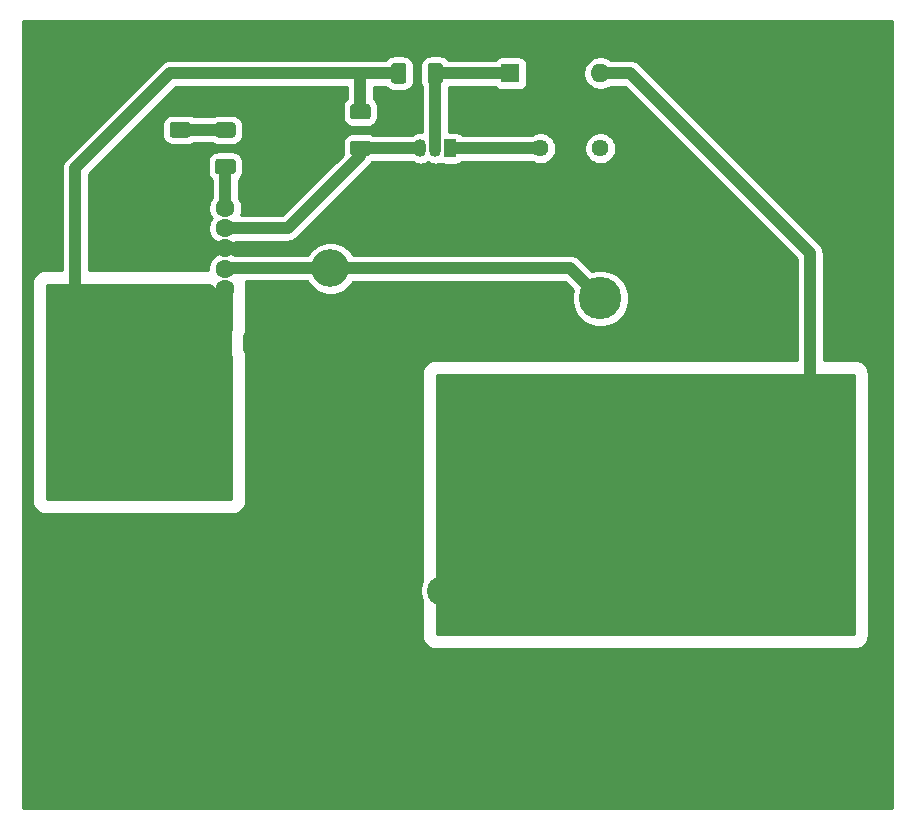
<source format=gbr>
%TF.GenerationSoftware,KiCad,Pcbnew,5.1.9*%
%TF.CreationDate,2021-02-16T23:50:06-03:00*%
%TF.ProjectId,negativa,6e656761-7469-4766-912e-6b696361645f,rev?*%
%TF.SameCoordinates,Original*%
%TF.FileFunction,Copper,L1,Top*%
%TF.FilePolarity,Positive*%
%FSLAX46Y46*%
G04 Gerber Fmt 4.6, Leading zero omitted, Abs format (unit mm)*
G04 Created by KiCad (PCBNEW 5.1.9) date 2021-02-16 23:50:06*
%MOMM*%
%LPD*%
G01*
G04 APERTURE LIST*
%TA.AperFunction,ComponentPad*%
%ADD10C,1.600000*%
%TD*%
%TA.AperFunction,ComponentPad*%
%ADD11R,1.600000X1.600000*%
%TD*%
%TA.AperFunction,ComponentPad*%
%ADD12C,1.440000*%
%TD*%
%TA.AperFunction,ComponentPad*%
%ADD13R,1.050000X1.500000*%
%TD*%
%TA.AperFunction,ComponentPad*%
%ADD14O,1.050000X1.500000*%
%TD*%
%TA.AperFunction,ComponentPad*%
%ADD15C,3.600000*%
%TD*%
%TA.AperFunction,ComponentPad*%
%ADD16C,10.160000*%
%TD*%
%TA.AperFunction,ComponentPad*%
%ADD17O,1.600000X1.600000*%
%TD*%
%TA.AperFunction,ComponentPad*%
%ADD18O,3.200000X3.200000*%
%TD*%
%TA.AperFunction,ComponentPad*%
%ADD19R,3.200000X3.200000*%
%TD*%
%TA.AperFunction,ComponentPad*%
%ADD20C,2.400000*%
%TD*%
%TA.AperFunction,ComponentPad*%
%ADD21R,2.400000X2.400000*%
%TD*%
%TA.AperFunction,ComponentPad*%
%ADD22C,1.600200*%
%TD*%
%TA.AperFunction,Conductor*%
%ADD23C,1.000000*%
%TD*%
%TA.AperFunction,Conductor*%
%ADD24C,0.254000*%
%TD*%
%TA.AperFunction,Conductor*%
%ADD25C,0.100000*%
%TD*%
G04 APERTURE END LIST*
%TO.P,C3,2*%
%TO.N,/Vin*%
%TA.AperFunction,SMDPad,CuDef*%
G36*
G01*
X135625000Y-113649999D02*
X135625000Y-114950001D01*
G75*
G02*
X135375001Y-115200000I-249999J0D01*
G01*
X134549999Y-115200000D01*
G75*
G02*
X134300000Y-114950001I0J249999D01*
G01*
X134300000Y-113649999D01*
G75*
G02*
X134549999Y-113400000I249999J0D01*
G01*
X135375001Y-113400000D01*
G75*
G02*
X135625000Y-113649999I0J-249999D01*
G01*
G37*
%TD.AperFunction*%
%TO.P,C3,1*%
%TO.N,GND*%
%TA.AperFunction,SMDPad,CuDef*%
G36*
G01*
X138750000Y-113649999D02*
X138750000Y-114950001D01*
G75*
G02*
X138500001Y-115200000I-249999J0D01*
G01*
X137674999Y-115200000D01*
G75*
G02*
X137425000Y-114950001I0J249999D01*
G01*
X137425000Y-113649999D01*
G75*
G02*
X137674999Y-113400000I249999J0D01*
G01*
X138500001Y-113400000D01*
G75*
G02*
X138750000Y-113649999I0J-249999D01*
G01*
G37*
%TD.AperFunction*%
%TD*%
D10*
%TO.P,C2,2*%
%TO.N,/Vin*%
X128905000Y-110180000D03*
D11*
%TO.P,C2,1*%
%TO.N,GND*%
X128905000Y-106680000D03*
%TD*%
%TO.P,C1,2*%
%TO.N,GND*%
%TA.AperFunction,SMDPad,CuDef*%
G36*
G01*
X131429999Y-98690000D02*
X132730001Y-98690000D01*
G75*
G02*
X132980000Y-98939999I0J-249999D01*
G01*
X132980000Y-99765001D01*
G75*
G02*
X132730001Y-100015000I-249999J0D01*
G01*
X131429999Y-100015000D01*
G75*
G02*
X131180000Y-99765001I0J249999D01*
G01*
X131180000Y-98939999D01*
G75*
G02*
X131429999Y-98690000I249999J0D01*
G01*
G37*
%TD.AperFunction*%
%TO.P,C1,1*%
%TO.N,Net-(C1-Pad1)*%
%TA.AperFunction,SMDPad,CuDef*%
G36*
G01*
X131429999Y-95565000D02*
X132730001Y-95565000D01*
G75*
G02*
X132980000Y-95814999I0J-249999D01*
G01*
X132980000Y-96640001D01*
G75*
G02*
X132730001Y-96890000I-249999J0D01*
G01*
X131429999Y-96890000D01*
G75*
G02*
X131180000Y-96640001I0J249999D01*
G01*
X131180000Y-95814999D01*
G75*
G02*
X131429999Y-95565000I249999J0D01*
G01*
G37*
%TD.AperFunction*%
%TD*%
D12*
%TO.P,RV1,3*%
%TO.N,/Q1e*%
X162560000Y-97790000D03*
%TO.P,RV1,2*%
%TO.N,GND*%
X165100000Y-97790000D03*
%TO.P,RV1,1*%
%TO.N,Net-(RV1-Pad1)*%
X167640000Y-97790000D03*
%TD*%
%TO.P,R4,2*%
%TO.N,/Vin*%
%TA.AperFunction,SMDPad,CuDef*%
G36*
G01*
X151220000Y-90815000D02*
X151220000Y-92065000D01*
G75*
G02*
X150970000Y-92315000I-250000J0D01*
G01*
X150170000Y-92315000D01*
G75*
G02*
X149920000Y-92065000I0J250000D01*
G01*
X149920000Y-90815000D01*
G75*
G02*
X150170000Y-90565000I250000J0D01*
G01*
X150970000Y-90565000D01*
G75*
G02*
X151220000Y-90815000I0J-250000D01*
G01*
G37*
%TD.AperFunction*%
%TO.P,R4,1*%
%TO.N,/Q1b*%
%TA.AperFunction,SMDPad,CuDef*%
G36*
G01*
X154320000Y-90815000D02*
X154320000Y-92065000D01*
G75*
G02*
X154070000Y-92315000I-250000J0D01*
G01*
X153270000Y-92315000D01*
G75*
G02*
X153020000Y-92065000I0J250000D01*
G01*
X153020000Y-90815000D01*
G75*
G02*
X153270000Y-90565000I250000J0D01*
G01*
X154070000Y-90565000D01*
G75*
G02*
X154320000Y-90815000I0J-250000D01*
G01*
G37*
%TD.AperFunction*%
%TD*%
%TO.P,R3,2*%
%TO.N,/Vin*%
%TA.AperFunction,SMDPad,CuDef*%
G36*
G01*
X147945000Y-95340000D02*
X146695000Y-95340000D01*
G75*
G02*
X146445000Y-95090000I0J250000D01*
G01*
X146445000Y-94290000D01*
G75*
G02*
X146695000Y-94040000I250000J0D01*
G01*
X147945000Y-94040000D01*
G75*
G02*
X148195000Y-94290000I0J-250000D01*
G01*
X148195000Y-95090000D01*
G75*
G02*
X147945000Y-95340000I-250000J0D01*
G01*
G37*
%TD.AperFunction*%
%TO.P,R3,1*%
%TO.N,/Vfb*%
%TA.AperFunction,SMDPad,CuDef*%
G36*
G01*
X147945000Y-98440000D02*
X146695000Y-98440000D01*
G75*
G02*
X146445000Y-98190000I0J250000D01*
G01*
X146445000Y-97390000D01*
G75*
G02*
X146695000Y-97140000I250000J0D01*
G01*
X147945000Y-97140000D01*
G75*
G02*
X148195000Y-97390000I0J-250000D01*
G01*
X148195000Y-98190000D01*
G75*
G02*
X147945000Y-98440000I-250000J0D01*
G01*
G37*
%TD.AperFunction*%
%TD*%
%TO.P,R1,1*%
%TO.N,/Vcomp*%
%TA.AperFunction,SMDPad,CuDef*%
G36*
G01*
X136515000Y-99990000D02*
X135265000Y-99990000D01*
G75*
G02*
X135015000Y-99740000I0J250000D01*
G01*
X135015000Y-98940000D01*
G75*
G02*
X135265000Y-98690000I250000J0D01*
G01*
X136515000Y-98690000D01*
G75*
G02*
X136765000Y-98940000I0J-250000D01*
G01*
X136765000Y-99740000D01*
G75*
G02*
X136515000Y-99990000I-250000J0D01*
G01*
G37*
%TD.AperFunction*%
%TO.P,R1,2*%
%TO.N,Net-(C1-Pad1)*%
%TA.AperFunction,SMDPad,CuDef*%
G36*
G01*
X136515000Y-96890000D02*
X135265000Y-96890000D01*
G75*
G02*
X135015000Y-96640000I0J250000D01*
G01*
X135015000Y-95840000D01*
G75*
G02*
X135265000Y-95590000I250000J0D01*
G01*
X136515000Y-95590000D01*
G75*
G02*
X136765000Y-95840000I0J-250000D01*
G01*
X136765000Y-96640000D01*
G75*
G02*
X136515000Y-96890000I-250000J0D01*
G01*
G37*
%TD.AperFunction*%
%TD*%
D13*
%TO.P,Q1,1*%
%TO.N,/Q1e*%
X154940000Y-97790000D03*
D14*
%TO.P,Q1,3*%
%TO.N,/Vfb*%
X152400000Y-97790000D03*
%TO.P,Q1,2*%
%TO.N,/Q1b*%
X153670000Y-97790000D03*
%TD*%
D15*
%TO.P,L1,2*%
%TO.N,/Vout*%
X167640000Y-123990000D03*
%TO.P,L1,1*%
%TO.N,/Vsw*%
X167640000Y-110490000D03*
%TD*%
D16*
%TO.P,J4,1*%
%TO.N,GND*%
X130810000Y-134620000D03*
%TD*%
%TO.P,J3,1*%
%TO.N,/Vout*%
X182245000Y-132715000D03*
%TD*%
%TO.P,J2,1*%
%TO.N,GND*%
X182245000Y-146685000D03*
%TD*%
%TO.P,J1,1*%
%TO.N,/Vin*%
X130175000Y-121285000D03*
%TD*%
D17*
%TO.P,D2,2*%
%TO.N,/Vout*%
X167640000Y-91440000D03*
D11*
%TO.P,D2,1*%
%TO.N,/Q1b*%
X160020000Y-91440000D03*
%TD*%
D18*
%TO.P,D1,2*%
%TO.N,/Vsw*%
X144780000Y-107950000D03*
D19*
%TO.P,D1,1*%
%TO.N,GND*%
X144780000Y-123190000D03*
%TD*%
D20*
%TO.P,C5,2*%
%TO.N,/Vout*%
X167005000Y-137915000D03*
D21*
%TO.P,C5,1*%
%TO.N,GND*%
X167005000Y-145415000D03*
%TD*%
D20*
%TO.P,C4,2*%
%TO.N,/Vout*%
X154185000Y-135255000D03*
D21*
%TO.P,C4,1*%
%TO.N,GND*%
X146685000Y-135255000D03*
%TD*%
D22*
%TO.P,U1,1*%
%TO.N,/Vcomp*%
X135890000Y-102870000D03*
%TO.P,U1,2*%
%TO.N,/Vfb*%
X135890000Y-104571800D03*
%TO.P,U1,3*%
%TO.N,GND*%
X135890000Y-106273600D03*
%TO.P,U1,4*%
%TO.N,/Vsw*%
X135890000Y-107975400D03*
%TO.P,U1,5*%
%TO.N,/Vin*%
X135890000Y-109677200D03*
%TD*%
D23*
%TO.N,GND*%
X135890000Y-106273600D02*
X141376400Y-106273600D01*
X141376400Y-106273600D02*
X142011400Y-106273600D01*
%TO.N,Net-(C1-Pad1)*%
X135877500Y-96227500D02*
X135890000Y-96240000D01*
X132080000Y-96227500D02*
X135877500Y-96227500D01*
%TO.N,/Vin*%
X147320000Y-94690000D02*
X147320000Y-91440000D01*
X150570000Y-91440000D02*
X147320000Y-91440000D01*
X131245796Y-91440000D02*
X123190000Y-99495796D01*
X147320000Y-91440000D02*
X131245796Y-91440000D01*
X123190000Y-99495796D02*
X123190000Y-111125000D01*
%TO.N,/Vout*%
X185420000Y-106680000D02*
X185420000Y-116840000D01*
X170180000Y-91440000D02*
X183515000Y-104775000D01*
X167640000Y-91440000D02*
X170180000Y-91440000D01*
X183515000Y-104775000D02*
X185420000Y-106680000D01*
X182880000Y-104140000D02*
X183515000Y-104775000D01*
X185420000Y-116840000D02*
X185420000Y-118110000D01*
%TO.N,/Vsw*%
X144754600Y-107924600D02*
X144780000Y-107950000D01*
X135890000Y-107924600D02*
X144754600Y-107924600D01*
X165100000Y-107950000D02*
X167640000Y-110490000D01*
X144780000Y-107950000D02*
X165100000Y-107950000D01*
%TO.N,/Q1b*%
X153670000Y-97790000D02*
X153670000Y-91440000D01*
X160020000Y-91440000D02*
X153670000Y-91440000D01*
%TO.N,/Q1e*%
X154940000Y-97790000D02*
X162560000Y-97790000D01*
%TO.N,/Vfb*%
X147320000Y-97790000D02*
X152400000Y-97790000D01*
X141188200Y-104571800D02*
X135890000Y-104571800D01*
X147320000Y-98440000D02*
X141188200Y-104571800D01*
X147320000Y-97790000D02*
X147320000Y-98440000D01*
%TO.N,/Vcomp*%
X135890000Y-102870000D02*
X135890000Y-99340000D01*
%TD*%
D24*
%TO.N,GND*%
X192363001Y-153628000D02*
X118787000Y-153628000D01*
X118787000Y-135075056D01*
X152358000Y-135075056D01*
X152358000Y-135434944D01*
X152428211Y-135787916D01*
X152543000Y-136065041D01*
X152543000Y-139065000D01*
X152564655Y-139284867D01*
X152628788Y-139496284D01*
X152732934Y-139691128D01*
X152873091Y-139861909D01*
X153043872Y-140002066D01*
X153238716Y-140106212D01*
X153450133Y-140170345D01*
X153670000Y-140192000D01*
X189230000Y-140192000D01*
X189449867Y-140170345D01*
X189661284Y-140106212D01*
X189856128Y-140002066D01*
X190026909Y-139861909D01*
X190167066Y-139691128D01*
X190271212Y-139496284D01*
X190335345Y-139284867D01*
X190357000Y-139065000D01*
X190357000Y-116840000D01*
X190335345Y-116620133D01*
X190271212Y-116408716D01*
X190167066Y-116213872D01*
X190026909Y-116043091D01*
X189856128Y-115902934D01*
X189661284Y-115798788D01*
X189449867Y-115734655D01*
X189230000Y-115713000D01*
X186547000Y-115713000D01*
X186547000Y-106735357D01*
X186552452Y-106680000D01*
X186547000Y-106624643D01*
X186547000Y-106624635D01*
X186530693Y-106459069D01*
X186466250Y-106246629D01*
X186361600Y-106050843D01*
X186256058Y-105922239D01*
X186256055Y-105922236D01*
X186220765Y-105879235D01*
X186177764Y-105843945D01*
X184351062Y-104017244D01*
X184351058Y-104017239D01*
X171016060Y-90682242D01*
X170980765Y-90639235D01*
X170809157Y-90498400D01*
X170613371Y-90393750D01*
X170400931Y-90329307D01*
X170235365Y-90313000D01*
X170235354Y-90313000D01*
X170180000Y-90307548D01*
X170124646Y-90313000D01*
X168521859Y-90313000D01*
X168315938Y-90175409D01*
X168056241Y-90067838D01*
X167780547Y-90013000D01*
X167499453Y-90013000D01*
X167223759Y-90067838D01*
X166964062Y-90175409D01*
X166730340Y-90331576D01*
X166531576Y-90530340D01*
X166375409Y-90764062D01*
X166267838Y-91023759D01*
X166213000Y-91299453D01*
X166213000Y-91580547D01*
X166267838Y-91856241D01*
X166375409Y-92115938D01*
X166531576Y-92349660D01*
X166730340Y-92548424D01*
X166964062Y-92704591D01*
X167223759Y-92812162D01*
X167499453Y-92867000D01*
X167780547Y-92867000D01*
X168056241Y-92812162D01*
X168315938Y-92704591D01*
X168521859Y-92567000D01*
X169713182Y-92567000D01*
X182757239Y-105611058D01*
X182757244Y-105611062D01*
X184293000Y-107146819D01*
X184293001Y-115713000D01*
X153670000Y-115713000D01*
X153450133Y-115734655D01*
X153238716Y-115798788D01*
X153043872Y-115902934D01*
X152873091Y-116043091D01*
X152732934Y-116213872D01*
X152628788Y-116408716D01*
X152564655Y-116620133D01*
X152543000Y-116840000D01*
X152543000Y-134444959D01*
X152428211Y-134722084D01*
X152358000Y-135075056D01*
X118787000Y-135075056D01*
X118787000Y-109220000D01*
X119523000Y-109220000D01*
X119523000Y-127635000D01*
X119544655Y-127854867D01*
X119608788Y-128066284D01*
X119712934Y-128261128D01*
X119853091Y-128431909D01*
X120023872Y-128572066D01*
X120218716Y-128676212D01*
X120430133Y-128740345D01*
X120650000Y-128762000D01*
X136525000Y-128762000D01*
X136744867Y-128740345D01*
X136956284Y-128676212D01*
X137151128Y-128572066D01*
X137321909Y-128431909D01*
X137462066Y-128261128D01*
X137566212Y-128066284D01*
X137630345Y-127854867D01*
X137652000Y-127635000D01*
X137652000Y-109220000D01*
X137635414Y-109051600D01*
X142837675Y-109051600D01*
X143050176Y-109369630D01*
X143360370Y-109679824D01*
X143725120Y-109923542D01*
X144130408Y-110091418D01*
X144560660Y-110177000D01*
X144999340Y-110177000D01*
X145429592Y-110091418D01*
X145834880Y-109923542D01*
X146199630Y-109679824D01*
X146509824Y-109369630D01*
X146705353Y-109077000D01*
X164633182Y-109077000D01*
X165315636Y-109759454D01*
X165306268Y-109782070D01*
X165213000Y-110250961D01*
X165213000Y-110729039D01*
X165306268Y-111197930D01*
X165489221Y-111639615D01*
X165754826Y-112037122D01*
X166092878Y-112375174D01*
X166490385Y-112640779D01*
X166932070Y-112823732D01*
X167400961Y-112917000D01*
X167879039Y-112917000D01*
X168347930Y-112823732D01*
X168789615Y-112640779D01*
X169187122Y-112375174D01*
X169525174Y-112037122D01*
X169790779Y-111639615D01*
X169973732Y-111197930D01*
X170067000Y-110729039D01*
X170067000Y-110250961D01*
X169973732Y-109782070D01*
X169790779Y-109340385D01*
X169525174Y-108942878D01*
X169187122Y-108604826D01*
X168789615Y-108339221D01*
X168347930Y-108156268D01*
X167879039Y-108063000D01*
X167400961Y-108063000D01*
X166932070Y-108156268D01*
X166909454Y-108165636D01*
X165936058Y-107192240D01*
X165900765Y-107149235D01*
X165729157Y-107008400D01*
X165533371Y-106903750D01*
X165320931Y-106839307D01*
X165155365Y-106823000D01*
X165155354Y-106823000D01*
X165100000Y-106817548D01*
X165044646Y-106823000D01*
X146705353Y-106823000D01*
X146509824Y-106530370D01*
X146199630Y-106220176D01*
X145834880Y-105976458D01*
X145429592Y-105808582D01*
X144999340Y-105723000D01*
X144560660Y-105723000D01*
X144130408Y-105808582D01*
X143725120Y-105976458D01*
X143360370Y-106220176D01*
X143050176Y-106530370D01*
X142871619Y-106797600D01*
X136696010Y-106797600D01*
X136565985Y-106710720D01*
X136306270Y-106603143D01*
X136030557Y-106548300D01*
X135749443Y-106548300D01*
X135473730Y-106603143D01*
X135214015Y-106710720D01*
X134980277Y-106866899D01*
X134781499Y-107065677D01*
X134625320Y-107299415D01*
X134517743Y-107559130D01*
X134462900Y-107834843D01*
X134462900Y-108093000D01*
X124317000Y-108093000D01*
X124317000Y-99962614D01*
X125339614Y-98940000D01*
X134384967Y-98940000D01*
X134384967Y-99740000D01*
X134401877Y-99911686D01*
X134451956Y-100076774D01*
X134533279Y-100228920D01*
X134642723Y-100362277D01*
X134763001Y-100460987D01*
X134763000Y-101987962D01*
X134625320Y-102194015D01*
X134517743Y-102453730D01*
X134462900Y-102729443D01*
X134462900Y-103010557D01*
X134517743Y-103286270D01*
X134625320Y-103545985D01*
X134742195Y-103720900D01*
X134625320Y-103895815D01*
X134517743Y-104155530D01*
X134462900Y-104431243D01*
X134462900Y-104712357D01*
X134517743Y-104988070D01*
X134625320Y-105247785D01*
X134781499Y-105481523D01*
X134980277Y-105680301D01*
X135214015Y-105836480D01*
X135473730Y-105944057D01*
X135749443Y-105998900D01*
X136030557Y-105998900D01*
X136306270Y-105944057D01*
X136565985Y-105836480D01*
X136772037Y-105698800D01*
X141132846Y-105698800D01*
X141188200Y-105704252D01*
X141243554Y-105698800D01*
X141243565Y-105698800D01*
X141409131Y-105682493D01*
X141621571Y-105618050D01*
X141817357Y-105513400D01*
X141988965Y-105372565D01*
X142024260Y-105329559D01*
X148077764Y-99276055D01*
X148120765Y-99240765D01*
X148156055Y-99197764D01*
X148156058Y-99197761D01*
X148261600Y-99069157D01*
X148303003Y-98991697D01*
X148433920Y-98921721D01*
X148439673Y-98917000D01*
X151683182Y-98917000D01*
X151756886Y-98977488D01*
X151957016Y-99084459D01*
X152174169Y-99150332D01*
X152400000Y-99172574D01*
X152625830Y-99150332D01*
X152842983Y-99084459D01*
X153035000Y-98981825D01*
X153227016Y-99084459D01*
X153444169Y-99150332D01*
X153670000Y-99172574D01*
X153895830Y-99150332D01*
X154106948Y-99086290D01*
X154173897Y-99122075D01*
X154292087Y-99157927D01*
X154415000Y-99170033D01*
X155465000Y-99170033D01*
X155587913Y-99157927D01*
X155706103Y-99122075D01*
X155815028Y-99063853D01*
X155910501Y-98985501D01*
X155966718Y-98917000D01*
X161822138Y-98917000D01*
X161921956Y-98983696D01*
X162167094Y-99085236D01*
X162427332Y-99137000D01*
X162692668Y-99137000D01*
X162952906Y-99085236D01*
X163198044Y-98983696D01*
X163418663Y-98836284D01*
X163606284Y-98648663D01*
X163753696Y-98428044D01*
X163855236Y-98182906D01*
X163907000Y-97922668D01*
X163907000Y-97657332D01*
X166293000Y-97657332D01*
X166293000Y-97922668D01*
X166344764Y-98182906D01*
X166446304Y-98428044D01*
X166593716Y-98648663D01*
X166781337Y-98836284D01*
X167001956Y-98983696D01*
X167247094Y-99085236D01*
X167507332Y-99137000D01*
X167772668Y-99137000D01*
X168032906Y-99085236D01*
X168278044Y-98983696D01*
X168498663Y-98836284D01*
X168686284Y-98648663D01*
X168833696Y-98428044D01*
X168935236Y-98182906D01*
X168987000Y-97922668D01*
X168987000Y-97657332D01*
X168935236Y-97397094D01*
X168833696Y-97151956D01*
X168686284Y-96931337D01*
X168498663Y-96743716D01*
X168278044Y-96596304D01*
X168032906Y-96494764D01*
X167772668Y-96443000D01*
X167507332Y-96443000D01*
X167247094Y-96494764D01*
X167001956Y-96596304D01*
X166781337Y-96743716D01*
X166593716Y-96931337D01*
X166446304Y-97151956D01*
X166344764Y-97397094D01*
X166293000Y-97657332D01*
X163907000Y-97657332D01*
X163855236Y-97397094D01*
X163753696Y-97151956D01*
X163606284Y-96931337D01*
X163418663Y-96743716D01*
X163198044Y-96596304D01*
X162952906Y-96494764D01*
X162692668Y-96443000D01*
X162427332Y-96443000D01*
X162167094Y-96494764D01*
X161921956Y-96596304D01*
X161822138Y-96663000D01*
X155966718Y-96663000D01*
X155910501Y-96594499D01*
X155815028Y-96516147D01*
X155706103Y-96457925D01*
X155587913Y-96422073D01*
X155465000Y-96409967D01*
X154797000Y-96409967D01*
X154797000Y-92567000D01*
X158683838Y-92567000D01*
X158696147Y-92590028D01*
X158774499Y-92685501D01*
X158869972Y-92763853D01*
X158978897Y-92822075D01*
X159097087Y-92857927D01*
X159220000Y-92870033D01*
X160820000Y-92870033D01*
X160942913Y-92857927D01*
X161061103Y-92822075D01*
X161170028Y-92763853D01*
X161265501Y-92685501D01*
X161343853Y-92590028D01*
X161402075Y-92481103D01*
X161437927Y-92362913D01*
X161450033Y-92240000D01*
X161450033Y-90640000D01*
X161437927Y-90517087D01*
X161402075Y-90398897D01*
X161343853Y-90289972D01*
X161265501Y-90194499D01*
X161170028Y-90116147D01*
X161061103Y-90057925D01*
X160942913Y-90022073D01*
X160820000Y-90009967D01*
X159220000Y-90009967D01*
X159097087Y-90022073D01*
X158978897Y-90057925D01*
X158869972Y-90116147D01*
X158774499Y-90194499D01*
X158696147Y-90289972D01*
X158683838Y-90313000D01*
X154790986Y-90313000D01*
X154692277Y-90192723D01*
X154558920Y-90083279D01*
X154406774Y-90001956D01*
X154241686Y-89951877D01*
X154070000Y-89934967D01*
X153270000Y-89934967D01*
X153098314Y-89951877D01*
X152933226Y-90001956D01*
X152781080Y-90083279D01*
X152647723Y-90192723D01*
X152538279Y-90326080D01*
X152456956Y-90478226D01*
X152406877Y-90643314D01*
X152389967Y-90815000D01*
X152389967Y-92065000D01*
X152406877Y-92236686D01*
X152456956Y-92401774D01*
X152538279Y-92553920D01*
X152543001Y-92559674D01*
X152543000Y-96421510D01*
X152400000Y-96407426D01*
X152174170Y-96429668D01*
X151957017Y-96495541D01*
X151756887Y-96602512D01*
X151683183Y-96663000D01*
X148439673Y-96663000D01*
X148433920Y-96658279D01*
X148281774Y-96576956D01*
X148116686Y-96526877D01*
X147945000Y-96509967D01*
X146695000Y-96509967D01*
X146523314Y-96526877D01*
X146358226Y-96576956D01*
X146206080Y-96658279D01*
X146072723Y-96767723D01*
X145963279Y-96901080D01*
X145881956Y-97053226D01*
X145831877Y-97218314D01*
X145814967Y-97390000D01*
X145814967Y-98190000D01*
X145829422Y-98336759D01*
X140721382Y-103444800D01*
X137196592Y-103444800D01*
X137262257Y-103286270D01*
X137317100Y-103010557D01*
X137317100Y-102729443D01*
X137262257Y-102453730D01*
X137154680Y-102194015D01*
X137017000Y-101987963D01*
X137017000Y-100460986D01*
X137137277Y-100362277D01*
X137246721Y-100228920D01*
X137328044Y-100076774D01*
X137378123Y-99911686D01*
X137395033Y-99740000D01*
X137395033Y-98940000D01*
X137378123Y-98768314D01*
X137328044Y-98603226D01*
X137246721Y-98451080D01*
X137137277Y-98317723D01*
X137003920Y-98208279D01*
X136851774Y-98126956D01*
X136686686Y-98076877D01*
X136515000Y-98059967D01*
X135265000Y-98059967D01*
X135093314Y-98076877D01*
X134928226Y-98126956D01*
X134776080Y-98208279D01*
X134642723Y-98317723D01*
X134533279Y-98451080D01*
X134451956Y-98603226D01*
X134401877Y-98768314D01*
X134384967Y-98940000D01*
X125339614Y-98940000D01*
X128464615Y-95814999D01*
X130549967Y-95814999D01*
X130549967Y-96640001D01*
X130566877Y-96811687D01*
X130616955Y-96976775D01*
X130698279Y-97128921D01*
X130807722Y-97262278D01*
X130941079Y-97371721D01*
X131093225Y-97453045D01*
X131258313Y-97503123D01*
X131429999Y-97520033D01*
X132730001Y-97520033D01*
X132901687Y-97503123D01*
X133066775Y-97453045D01*
X133218921Y-97371721D01*
X133239905Y-97354500D01*
X134755096Y-97354500D01*
X134776080Y-97371721D01*
X134928226Y-97453044D01*
X135093314Y-97503123D01*
X135265000Y-97520033D01*
X136515000Y-97520033D01*
X136686686Y-97503123D01*
X136851774Y-97453044D01*
X137003920Y-97371721D01*
X137137277Y-97262277D01*
X137246721Y-97128920D01*
X137328044Y-96976774D01*
X137378123Y-96811686D01*
X137395033Y-96640000D01*
X137395033Y-95840000D01*
X137378123Y-95668314D01*
X137328044Y-95503226D01*
X137246721Y-95351080D01*
X137137277Y-95217723D01*
X137003920Y-95108279D01*
X136851774Y-95026956D01*
X136686686Y-94976877D01*
X136515000Y-94959967D01*
X135265000Y-94959967D01*
X135093314Y-94976877D01*
X134928226Y-95026956D01*
X134790634Y-95100500D01*
X133239905Y-95100500D01*
X133218921Y-95083279D01*
X133066775Y-95001955D01*
X132901687Y-94951877D01*
X132730001Y-94934967D01*
X131429999Y-94934967D01*
X131258313Y-94951877D01*
X131093225Y-95001955D01*
X130941079Y-95083279D01*
X130807722Y-95192722D01*
X130698279Y-95326079D01*
X130616955Y-95478225D01*
X130566877Y-95643313D01*
X130549967Y-95814999D01*
X128464615Y-95814999D01*
X131712615Y-92567000D01*
X146193001Y-92567000D01*
X146193000Y-93569013D01*
X146072723Y-93667723D01*
X145963279Y-93801080D01*
X145881956Y-93953226D01*
X145831877Y-94118314D01*
X145814967Y-94290000D01*
X145814967Y-95090000D01*
X145831877Y-95261686D01*
X145881956Y-95426774D01*
X145963279Y-95578920D01*
X146072723Y-95712277D01*
X146206080Y-95821721D01*
X146358226Y-95903044D01*
X146523314Y-95953123D01*
X146695000Y-95970033D01*
X147945000Y-95970033D01*
X148116686Y-95953123D01*
X148281774Y-95903044D01*
X148433920Y-95821721D01*
X148567277Y-95712277D01*
X148676721Y-95578920D01*
X148758044Y-95426774D01*
X148808123Y-95261686D01*
X148825033Y-95090000D01*
X148825033Y-94290000D01*
X148808123Y-94118314D01*
X148758044Y-93953226D01*
X148676721Y-93801080D01*
X148567277Y-93667723D01*
X148447000Y-93569014D01*
X148447000Y-92567000D01*
X149449014Y-92567000D01*
X149547723Y-92687277D01*
X149681080Y-92796721D01*
X149833226Y-92878044D01*
X149998314Y-92928123D01*
X150170000Y-92945033D01*
X150970000Y-92945033D01*
X151141686Y-92928123D01*
X151306774Y-92878044D01*
X151458920Y-92796721D01*
X151592277Y-92687277D01*
X151701721Y-92553920D01*
X151783044Y-92401774D01*
X151833123Y-92236686D01*
X151850033Y-92065000D01*
X151850033Y-90815000D01*
X151833123Y-90643314D01*
X151783044Y-90478226D01*
X151701721Y-90326080D01*
X151592277Y-90192723D01*
X151458920Y-90083279D01*
X151306774Y-90001956D01*
X151141686Y-89951877D01*
X150970000Y-89934967D01*
X150170000Y-89934967D01*
X149998314Y-89951877D01*
X149833226Y-90001956D01*
X149681080Y-90083279D01*
X149547723Y-90192723D01*
X149449014Y-90313000D01*
X147375365Y-90313000D01*
X147320000Y-90307547D01*
X147264636Y-90313000D01*
X131301150Y-90313000D01*
X131245796Y-90307548D01*
X131190441Y-90313000D01*
X131190431Y-90313000D01*
X131024865Y-90329307D01*
X130812425Y-90393750D01*
X130616639Y-90498400D01*
X130488035Y-90603942D01*
X130488032Y-90603945D01*
X130445031Y-90639235D01*
X130409741Y-90682236D01*
X122432242Y-98659736D01*
X122389235Y-98695031D01*
X122248400Y-98866639D01*
X122143750Y-99062426D01*
X122079307Y-99274866D01*
X122063000Y-99440432D01*
X122063000Y-99440442D01*
X122057548Y-99495796D01*
X122063000Y-99551150D01*
X122063001Y-108093000D01*
X120650000Y-108093000D01*
X120430133Y-108114655D01*
X120218716Y-108178788D01*
X120023872Y-108282934D01*
X119853091Y-108423091D01*
X119712934Y-108593872D01*
X119608788Y-108788716D01*
X119544655Y-109000133D01*
X119523000Y-109220000D01*
X118787000Y-109220000D01*
X118787000Y-87037000D01*
X192363000Y-87037000D01*
X192363001Y-153628000D01*
%TA.AperFunction,Conductor*%
D25*
G36*
X192363001Y-153628000D02*
G01*
X118787000Y-153628000D01*
X118787000Y-135075056D01*
X152358000Y-135075056D01*
X152358000Y-135434944D01*
X152428211Y-135787916D01*
X152543000Y-136065041D01*
X152543000Y-139065000D01*
X152564655Y-139284867D01*
X152628788Y-139496284D01*
X152732934Y-139691128D01*
X152873091Y-139861909D01*
X153043872Y-140002066D01*
X153238716Y-140106212D01*
X153450133Y-140170345D01*
X153670000Y-140192000D01*
X189230000Y-140192000D01*
X189449867Y-140170345D01*
X189661284Y-140106212D01*
X189856128Y-140002066D01*
X190026909Y-139861909D01*
X190167066Y-139691128D01*
X190271212Y-139496284D01*
X190335345Y-139284867D01*
X190357000Y-139065000D01*
X190357000Y-116840000D01*
X190335345Y-116620133D01*
X190271212Y-116408716D01*
X190167066Y-116213872D01*
X190026909Y-116043091D01*
X189856128Y-115902934D01*
X189661284Y-115798788D01*
X189449867Y-115734655D01*
X189230000Y-115713000D01*
X186547000Y-115713000D01*
X186547000Y-106735357D01*
X186552452Y-106680000D01*
X186547000Y-106624643D01*
X186547000Y-106624635D01*
X186530693Y-106459069D01*
X186466250Y-106246629D01*
X186361600Y-106050843D01*
X186256058Y-105922239D01*
X186256055Y-105922236D01*
X186220765Y-105879235D01*
X186177764Y-105843945D01*
X184351062Y-104017244D01*
X184351058Y-104017239D01*
X171016060Y-90682242D01*
X170980765Y-90639235D01*
X170809157Y-90498400D01*
X170613371Y-90393750D01*
X170400931Y-90329307D01*
X170235365Y-90313000D01*
X170235354Y-90313000D01*
X170180000Y-90307548D01*
X170124646Y-90313000D01*
X168521859Y-90313000D01*
X168315938Y-90175409D01*
X168056241Y-90067838D01*
X167780547Y-90013000D01*
X167499453Y-90013000D01*
X167223759Y-90067838D01*
X166964062Y-90175409D01*
X166730340Y-90331576D01*
X166531576Y-90530340D01*
X166375409Y-90764062D01*
X166267838Y-91023759D01*
X166213000Y-91299453D01*
X166213000Y-91580547D01*
X166267838Y-91856241D01*
X166375409Y-92115938D01*
X166531576Y-92349660D01*
X166730340Y-92548424D01*
X166964062Y-92704591D01*
X167223759Y-92812162D01*
X167499453Y-92867000D01*
X167780547Y-92867000D01*
X168056241Y-92812162D01*
X168315938Y-92704591D01*
X168521859Y-92567000D01*
X169713182Y-92567000D01*
X182757239Y-105611058D01*
X182757244Y-105611062D01*
X184293000Y-107146819D01*
X184293001Y-115713000D01*
X153670000Y-115713000D01*
X153450133Y-115734655D01*
X153238716Y-115798788D01*
X153043872Y-115902934D01*
X152873091Y-116043091D01*
X152732934Y-116213872D01*
X152628788Y-116408716D01*
X152564655Y-116620133D01*
X152543000Y-116840000D01*
X152543000Y-134444959D01*
X152428211Y-134722084D01*
X152358000Y-135075056D01*
X118787000Y-135075056D01*
X118787000Y-109220000D01*
X119523000Y-109220000D01*
X119523000Y-127635000D01*
X119544655Y-127854867D01*
X119608788Y-128066284D01*
X119712934Y-128261128D01*
X119853091Y-128431909D01*
X120023872Y-128572066D01*
X120218716Y-128676212D01*
X120430133Y-128740345D01*
X120650000Y-128762000D01*
X136525000Y-128762000D01*
X136744867Y-128740345D01*
X136956284Y-128676212D01*
X137151128Y-128572066D01*
X137321909Y-128431909D01*
X137462066Y-128261128D01*
X137566212Y-128066284D01*
X137630345Y-127854867D01*
X137652000Y-127635000D01*
X137652000Y-109220000D01*
X137635414Y-109051600D01*
X142837675Y-109051600D01*
X143050176Y-109369630D01*
X143360370Y-109679824D01*
X143725120Y-109923542D01*
X144130408Y-110091418D01*
X144560660Y-110177000D01*
X144999340Y-110177000D01*
X145429592Y-110091418D01*
X145834880Y-109923542D01*
X146199630Y-109679824D01*
X146509824Y-109369630D01*
X146705353Y-109077000D01*
X164633182Y-109077000D01*
X165315636Y-109759454D01*
X165306268Y-109782070D01*
X165213000Y-110250961D01*
X165213000Y-110729039D01*
X165306268Y-111197930D01*
X165489221Y-111639615D01*
X165754826Y-112037122D01*
X166092878Y-112375174D01*
X166490385Y-112640779D01*
X166932070Y-112823732D01*
X167400961Y-112917000D01*
X167879039Y-112917000D01*
X168347930Y-112823732D01*
X168789615Y-112640779D01*
X169187122Y-112375174D01*
X169525174Y-112037122D01*
X169790779Y-111639615D01*
X169973732Y-111197930D01*
X170067000Y-110729039D01*
X170067000Y-110250961D01*
X169973732Y-109782070D01*
X169790779Y-109340385D01*
X169525174Y-108942878D01*
X169187122Y-108604826D01*
X168789615Y-108339221D01*
X168347930Y-108156268D01*
X167879039Y-108063000D01*
X167400961Y-108063000D01*
X166932070Y-108156268D01*
X166909454Y-108165636D01*
X165936058Y-107192240D01*
X165900765Y-107149235D01*
X165729157Y-107008400D01*
X165533371Y-106903750D01*
X165320931Y-106839307D01*
X165155365Y-106823000D01*
X165155354Y-106823000D01*
X165100000Y-106817548D01*
X165044646Y-106823000D01*
X146705353Y-106823000D01*
X146509824Y-106530370D01*
X146199630Y-106220176D01*
X145834880Y-105976458D01*
X145429592Y-105808582D01*
X144999340Y-105723000D01*
X144560660Y-105723000D01*
X144130408Y-105808582D01*
X143725120Y-105976458D01*
X143360370Y-106220176D01*
X143050176Y-106530370D01*
X142871619Y-106797600D01*
X136696010Y-106797600D01*
X136565985Y-106710720D01*
X136306270Y-106603143D01*
X136030557Y-106548300D01*
X135749443Y-106548300D01*
X135473730Y-106603143D01*
X135214015Y-106710720D01*
X134980277Y-106866899D01*
X134781499Y-107065677D01*
X134625320Y-107299415D01*
X134517743Y-107559130D01*
X134462900Y-107834843D01*
X134462900Y-108093000D01*
X124317000Y-108093000D01*
X124317000Y-99962614D01*
X125339614Y-98940000D01*
X134384967Y-98940000D01*
X134384967Y-99740000D01*
X134401877Y-99911686D01*
X134451956Y-100076774D01*
X134533279Y-100228920D01*
X134642723Y-100362277D01*
X134763001Y-100460987D01*
X134763000Y-101987962D01*
X134625320Y-102194015D01*
X134517743Y-102453730D01*
X134462900Y-102729443D01*
X134462900Y-103010557D01*
X134517743Y-103286270D01*
X134625320Y-103545985D01*
X134742195Y-103720900D01*
X134625320Y-103895815D01*
X134517743Y-104155530D01*
X134462900Y-104431243D01*
X134462900Y-104712357D01*
X134517743Y-104988070D01*
X134625320Y-105247785D01*
X134781499Y-105481523D01*
X134980277Y-105680301D01*
X135214015Y-105836480D01*
X135473730Y-105944057D01*
X135749443Y-105998900D01*
X136030557Y-105998900D01*
X136306270Y-105944057D01*
X136565985Y-105836480D01*
X136772037Y-105698800D01*
X141132846Y-105698800D01*
X141188200Y-105704252D01*
X141243554Y-105698800D01*
X141243565Y-105698800D01*
X141409131Y-105682493D01*
X141621571Y-105618050D01*
X141817357Y-105513400D01*
X141988965Y-105372565D01*
X142024260Y-105329559D01*
X148077764Y-99276055D01*
X148120765Y-99240765D01*
X148156055Y-99197764D01*
X148156058Y-99197761D01*
X148261600Y-99069157D01*
X148303003Y-98991697D01*
X148433920Y-98921721D01*
X148439673Y-98917000D01*
X151683182Y-98917000D01*
X151756886Y-98977488D01*
X151957016Y-99084459D01*
X152174169Y-99150332D01*
X152400000Y-99172574D01*
X152625830Y-99150332D01*
X152842983Y-99084459D01*
X153035000Y-98981825D01*
X153227016Y-99084459D01*
X153444169Y-99150332D01*
X153670000Y-99172574D01*
X153895830Y-99150332D01*
X154106948Y-99086290D01*
X154173897Y-99122075D01*
X154292087Y-99157927D01*
X154415000Y-99170033D01*
X155465000Y-99170033D01*
X155587913Y-99157927D01*
X155706103Y-99122075D01*
X155815028Y-99063853D01*
X155910501Y-98985501D01*
X155966718Y-98917000D01*
X161822138Y-98917000D01*
X161921956Y-98983696D01*
X162167094Y-99085236D01*
X162427332Y-99137000D01*
X162692668Y-99137000D01*
X162952906Y-99085236D01*
X163198044Y-98983696D01*
X163418663Y-98836284D01*
X163606284Y-98648663D01*
X163753696Y-98428044D01*
X163855236Y-98182906D01*
X163907000Y-97922668D01*
X163907000Y-97657332D01*
X166293000Y-97657332D01*
X166293000Y-97922668D01*
X166344764Y-98182906D01*
X166446304Y-98428044D01*
X166593716Y-98648663D01*
X166781337Y-98836284D01*
X167001956Y-98983696D01*
X167247094Y-99085236D01*
X167507332Y-99137000D01*
X167772668Y-99137000D01*
X168032906Y-99085236D01*
X168278044Y-98983696D01*
X168498663Y-98836284D01*
X168686284Y-98648663D01*
X168833696Y-98428044D01*
X168935236Y-98182906D01*
X168987000Y-97922668D01*
X168987000Y-97657332D01*
X168935236Y-97397094D01*
X168833696Y-97151956D01*
X168686284Y-96931337D01*
X168498663Y-96743716D01*
X168278044Y-96596304D01*
X168032906Y-96494764D01*
X167772668Y-96443000D01*
X167507332Y-96443000D01*
X167247094Y-96494764D01*
X167001956Y-96596304D01*
X166781337Y-96743716D01*
X166593716Y-96931337D01*
X166446304Y-97151956D01*
X166344764Y-97397094D01*
X166293000Y-97657332D01*
X163907000Y-97657332D01*
X163855236Y-97397094D01*
X163753696Y-97151956D01*
X163606284Y-96931337D01*
X163418663Y-96743716D01*
X163198044Y-96596304D01*
X162952906Y-96494764D01*
X162692668Y-96443000D01*
X162427332Y-96443000D01*
X162167094Y-96494764D01*
X161921956Y-96596304D01*
X161822138Y-96663000D01*
X155966718Y-96663000D01*
X155910501Y-96594499D01*
X155815028Y-96516147D01*
X155706103Y-96457925D01*
X155587913Y-96422073D01*
X155465000Y-96409967D01*
X154797000Y-96409967D01*
X154797000Y-92567000D01*
X158683838Y-92567000D01*
X158696147Y-92590028D01*
X158774499Y-92685501D01*
X158869972Y-92763853D01*
X158978897Y-92822075D01*
X159097087Y-92857927D01*
X159220000Y-92870033D01*
X160820000Y-92870033D01*
X160942913Y-92857927D01*
X161061103Y-92822075D01*
X161170028Y-92763853D01*
X161265501Y-92685501D01*
X161343853Y-92590028D01*
X161402075Y-92481103D01*
X161437927Y-92362913D01*
X161450033Y-92240000D01*
X161450033Y-90640000D01*
X161437927Y-90517087D01*
X161402075Y-90398897D01*
X161343853Y-90289972D01*
X161265501Y-90194499D01*
X161170028Y-90116147D01*
X161061103Y-90057925D01*
X160942913Y-90022073D01*
X160820000Y-90009967D01*
X159220000Y-90009967D01*
X159097087Y-90022073D01*
X158978897Y-90057925D01*
X158869972Y-90116147D01*
X158774499Y-90194499D01*
X158696147Y-90289972D01*
X158683838Y-90313000D01*
X154790986Y-90313000D01*
X154692277Y-90192723D01*
X154558920Y-90083279D01*
X154406774Y-90001956D01*
X154241686Y-89951877D01*
X154070000Y-89934967D01*
X153270000Y-89934967D01*
X153098314Y-89951877D01*
X152933226Y-90001956D01*
X152781080Y-90083279D01*
X152647723Y-90192723D01*
X152538279Y-90326080D01*
X152456956Y-90478226D01*
X152406877Y-90643314D01*
X152389967Y-90815000D01*
X152389967Y-92065000D01*
X152406877Y-92236686D01*
X152456956Y-92401774D01*
X152538279Y-92553920D01*
X152543001Y-92559674D01*
X152543000Y-96421510D01*
X152400000Y-96407426D01*
X152174170Y-96429668D01*
X151957017Y-96495541D01*
X151756887Y-96602512D01*
X151683183Y-96663000D01*
X148439673Y-96663000D01*
X148433920Y-96658279D01*
X148281774Y-96576956D01*
X148116686Y-96526877D01*
X147945000Y-96509967D01*
X146695000Y-96509967D01*
X146523314Y-96526877D01*
X146358226Y-96576956D01*
X146206080Y-96658279D01*
X146072723Y-96767723D01*
X145963279Y-96901080D01*
X145881956Y-97053226D01*
X145831877Y-97218314D01*
X145814967Y-97390000D01*
X145814967Y-98190000D01*
X145829422Y-98336759D01*
X140721382Y-103444800D01*
X137196592Y-103444800D01*
X137262257Y-103286270D01*
X137317100Y-103010557D01*
X137317100Y-102729443D01*
X137262257Y-102453730D01*
X137154680Y-102194015D01*
X137017000Y-101987963D01*
X137017000Y-100460986D01*
X137137277Y-100362277D01*
X137246721Y-100228920D01*
X137328044Y-100076774D01*
X137378123Y-99911686D01*
X137395033Y-99740000D01*
X137395033Y-98940000D01*
X137378123Y-98768314D01*
X137328044Y-98603226D01*
X137246721Y-98451080D01*
X137137277Y-98317723D01*
X137003920Y-98208279D01*
X136851774Y-98126956D01*
X136686686Y-98076877D01*
X136515000Y-98059967D01*
X135265000Y-98059967D01*
X135093314Y-98076877D01*
X134928226Y-98126956D01*
X134776080Y-98208279D01*
X134642723Y-98317723D01*
X134533279Y-98451080D01*
X134451956Y-98603226D01*
X134401877Y-98768314D01*
X134384967Y-98940000D01*
X125339614Y-98940000D01*
X128464615Y-95814999D01*
X130549967Y-95814999D01*
X130549967Y-96640001D01*
X130566877Y-96811687D01*
X130616955Y-96976775D01*
X130698279Y-97128921D01*
X130807722Y-97262278D01*
X130941079Y-97371721D01*
X131093225Y-97453045D01*
X131258313Y-97503123D01*
X131429999Y-97520033D01*
X132730001Y-97520033D01*
X132901687Y-97503123D01*
X133066775Y-97453045D01*
X133218921Y-97371721D01*
X133239905Y-97354500D01*
X134755096Y-97354500D01*
X134776080Y-97371721D01*
X134928226Y-97453044D01*
X135093314Y-97503123D01*
X135265000Y-97520033D01*
X136515000Y-97520033D01*
X136686686Y-97503123D01*
X136851774Y-97453044D01*
X137003920Y-97371721D01*
X137137277Y-97262277D01*
X137246721Y-97128920D01*
X137328044Y-96976774D01*
X137378123Y-96811686D01*
X137395033Y-96640000D01*
X137395033Y-95840000D01*
X137378123Y-95668314D01*
X137328044Y-95503226D01*
X137246721Y-95351080D01*
X137137277Y-95217723D01*
X137003920Y-95108279D01*
X136851774Y-95026956D01*
X136686686Y-94976877D01*
X136515000Y-94959967D01*
X135265000Y-94959967D01*
X135093314Y-94976877D01*
X134928226Y-95026956D01*
X134790634Y-95100500D01*
X133239905Y-95100500D01*
X133218921Y-95083279D01*
X133066775Y-95001955D01*
X132901687Y-94951877D01*
X132730001Y-94934967D01*
X131429999Y-94934967D01*
X131258313Y-94951877D01*
X131093225Y-95001955D01*
X130941079Y-95083279D01*
X130807722Y-95192722D01*
X130698279Y-95326079D01*
X130616955Y-95478225D01*
X130566877Y-95643313D01*
X130549967Y-95814999D01*
X128464615Y-95814999D01*
X131712615Y-92567000D01*
X146193001Y-92567000D01*
X146193000Y-93569013D01*
X146072723Y-93667723D01*
X145963279Y-93801080D01*
X145881956Y-93953226D01*
X145831877Y-94118314D01*
X145814967Y-94290000D01*
X145814967Y-95090000D01*
X145831877Y-95261686D01*
X145881956Y-95426774D01*
X145963279Y-95578920D01*
X146072723Y-95712277D01*
X146206080Y-95821721D01*
X146358226Y-95903044D01*
X146523314Y-95953123D01*
X146695000Y-95970033D01*
X147945000Y-95970033D01*
X148116686Y-95953123D01*
X148281774Y-95903044D01*
X148433920Y-95821721D01*
X148567277Y-95712277D01*
X148676721Y-95578920D01*
X148758044Y-95426774D01*
X148808123Y-95261686D01*
X148825033Y-95090000D01*
X148825033Y-94290000D01*
X148808123Y-94118314D01*
X148758044Y-93953226D01*
X148676721Y-93801080D01*
X148567277Y-93667723D01*
X148447000Y-93569014D01*
X148447000Y-92567000D01*
X149449014Y-92567000D01*
X149547723Y-92687277D01*
X149681080Y-92796721D01*
X149833226Y-92878044D01*
X149998314Y-92928123D01*
X150170000Y-92945033D01*
X150970000Y-92945033D01*
X151141686Y-92928123D01*
X151306774Y-92878044D01*
X151458920Y-92796721D01*
X151592277Y-92687277D01*
X151701721Y-92553920D01*
X151783044Y-92401774D01*
X151833123Y-92236686D01*
X151850033Y-92065000D01*
X151850033Y-90815000D01*
X151833123Y-90643314D01*
X151783044Y-90478226D01*
X151701721Y-90326080D01*
X151592277Y-90192723D01*
X151458920Y-90083279D01*
X151306774Y-90001956D01*
X151141686Y-89951877D01*
X150970000Y-89934967D01*
X150170000Y-89934967D01*
X149998314Y-89951877D01*
X149833226Y-90001956D01*
X149681080Y-90083279D01*
X149547723Y-90192723D01*
X149449014Y-90313000D01*
X147375365Y-90313000D01*
X147320000Y-90307547D01*
X147264636Y-90313000D01*
X131301150Y-90313000D01*
X131245796Y-90307548D01*
X131190441Y-90313000D01*
X131190431Y-90313000D01*
X131024865Y-90329307D01*
X130812425Y-90393750D01*
X130616639Y-90498400D01*
X130488035Y-90603942D01*
X130488032Y-90603945D01*
X130445031Y-90639235D01*
X130409741Y-90682236D01*
X122432242Y-98659736D01*
X122389235Y-98695031D01*
X122248400Y-98866639D01*
X122143750Y-99062426D01*
X122079307Y-99274866D01*
X122063000Y-99440432D01*
X122063000Y-99440442D01*
X122057548Y-99495796D01*
X122063000Y-99551150D01*
X122063001Y-108093000D01*
X120650000Y-108093000D01*
X120430133Y-108114655D01*
X120218716Y-108178788D01*
X120023872Y-108282934D01*
X119853091Y-108423091D01*
X119712934Y-108593872D01*
X119608788Y-108788716D01*
X119544655Y-109000133D01*
X119523000Y-109220000D01*
X118787000Y-109220000D01*
X118787000Y-87037000D01*
X192363000Y-87037000D01*
X192363001Y-153628000D01*
G37*
%TD.AperFunction*%
%TD*%
D24*
%TO.N,/Vout*%
X189103000Y-138938000D02*
X153797000Y-138938000D01*
X153797000Y-116967000D01*
X189103000Y-116967000D01*
X189103000Y-138938000D01*
%TA.AperFunction,Conductor*%
D25*
G36*
X189103000Y-138938000D02*
G01*
X153797000Y-138938000D01*
X153797000Y-116967000D01*
X189103000Y-116967000D01*
X189103000Y-138938000D01*
G37*
%TD.AperFunction*%
%TD*%
D24*
%TO.N,/Vin*%
X134661546Y-109472276D02*
X134977176Y-109683174D01*
X135327886Y-109828442D01*
X135700197Y-109902500D01*
X136079803Y-109902500D01*
X136398000Y-109839206D01*
X136398000Y-113120546D01*
X136397780Y-113120958D01*
X136319110Y-113380296D01*
X136292547Y-113649999D01*
X136292547Y-114950001D01*
X136319110Y-115219704D01*
X136397780Y-115479042D01*
X136398000Y-115479454D01*
X136398000Y-127508000D01*
X120777000Y-127508000D01*
X120777000Y-109347000D01*
X134536270Y-109347000D01*
X134661546Y-109472276D01*
%TA.AperFunction,Conductor*%
D25*
G36*
X134661546Y-109472276D02*
G01*
X134977176Y-109683174D01*
X135327886Y-109828442D01*
X135700197Y-109902500D01*
X136079803Y-109902500D01*
X136398000Y-109839206D01*
X136398000Y-113120546D01*
X136397780Y-113120958D01*
X136319110Y-113380296D01*
X136292547Y-113649999D01*
X136292547Y-114950001D01*
X136319110Y-115219704D01*
X136397780Y-115479042D01*
X136398000Y-115479454D01*
X136398000Y-127508000D01*
X120777000Y-127508000D01*
X120777000Y-109347000D01*
X134536270Y-109347000D01*
X134661546Y-109472276D01*
G37*
%TD.AperFunction*%
%TD*%
M02*

</source>
